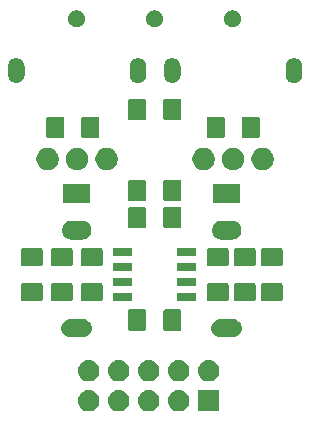
<source format=gbr>
G04 #@! TF.GenerationSoftware,KiCad,Pcbnew,(5.0.1)-4*
G04 #@! TF.CreationDate,2019-03-05T01:38:52-06:00*
G04 #@! TF.ProjectId,util_LFO,7574696C5F4C464F2E6B696361645F70,rev?*
G04 #@! TF.SameCoordinates,Original*
G04 #@! TF.FileFunction,Soldermask,Bot*
G04 #@! TF.FilePolarity,Negative*
%FSLAX46Y46*%
G04 Gerber Fmt 4.6, Leading zero omitted, Abs format (unit mm)*
G04 Created by KiCad (PCBNEW (5.0.1)-4) date 3/5/2019 1:38:52*
%MOMM*%
%LPD*%
G01*
G04 APERTURE LIST*
%ADD10C,0.100000*%
G04 APERTURE END LIST*
D10*
G36*
X100990600Y-93116600D02*
X99161400Y-93116600D01*
X99161400Y-91287400D01*
X100990600Y-91287400D01*
X100990600Y-93116600D01*
X100990600Y-93116600D01*
G37*
G36*
X97715294Y-91300633D02*
X97887694Y-91352931D01*
X97887696Y-91352932D01*
X98046583Y-91437859D01*
X98046585Y-91437860D01*
X98046584Y-91437860D01*
X98185849Y-91552151D01*
X98300140Y-91691416D01*
X98385069Y-91850306D01*
X98437367Y-92022706D01*
X98455025Y-92202000D01*
X98437367Y-92381294D01*
X98385069Y-92553694D01*
X98385068Y-92553696D01*
X98300141Y-92712583D01*
X98185849Y-92851849D01*
X98046583Y-92966141D01*
X97887696Y-93051068D01*
X97887694Y-93051069D01*
X97715294Y-93103367D01*
X97580931Y-93116600D01*
X97491069Y-93116600D01*
X97356706Y-93103367D01*
X97184306Y-93051069D01*
X97184304Y-93051068D01*
X97025417Y-92966141D01*
X96886151Y-92851849D01*
X96771859Y-92712583D01*
X96686932Y-92553696D01*
X96686931Y-92553694D01*
X96634633Y-92381294D01*
X96616975Y-92202000D01*
X96634633Y-92022706D01*
X96686931Y-91850306D01*
X96771860Y-91691416D01*
X96886151Y-91552151D01*
X97025416Y-91437860D01*
X97025415Y-91437860D01*
X97025417Y-91437859D01*
X97184304Y-91352932D01*
X97184306Y-91352931D01*
X97356706Y-91300633D01*
X97491069Y-91287400D01*
X97580931Y-91287400D01*
X97715294Y-91300633D01*
X97715294Y-91300633D01*
G37*
G36*
X95175294Y-91300633D02*
X95347694Y-91352931D01*
X95347696Y-91352932D01*
X95506583Y-91437859D01*
X95506585Y-91437860D01*
X95506584Y-91437860D01*
X95645849Y-91552151D01*
X95760140Y-91691416D01*
X95845069Y-91850306D01*
X95897367Y-92022706D01*
X95915025Y-92202000D01*
X95897367Y-92381294D01*
X95845069Y-92553694D01*
X95845068Y-92553696D01*
X95760141Y-92712583D01*
X95645849Y-92851849D01*
X95506583Y-92966141D01*
X95347696Y-93051068D01*
X95347694Y-93051069D01*
X95175294Y-93103367D01*
X95040931Y-93116600D01*
X94951069Y-93116600D01*
X94816706Y-93103367D01*
X94644306Y-93051069D01*
X94644304Y-93051068D01*
X94485417Y-92966141D01*
X94346151Y-92851849D01*
X94231859Y-92712583D01*
X94146932Y-92553696D01*
X94146931Y-92553694D01*
X94094633Y-92381294D01*
X94076975Y-92202000D01*
X94094633Y-92022706D01*
X94146931Y-91850306D01*
X94231860Y-91691416D01*
X94346151Y-91552151D01*
X94485416Y-91437860D01*
X94485415Y-91437860D01*
X94485417Y-91437859D01*
X94644304Y-91352932D01*
X94644306Y-91352931D01*
X94816706Y-91300633D01*
X94951069Y-91287400D01*
X95040931Y-91287400D01*
X95175294Y-91300633D01*
X95175294Y-91300633D01*
G37*
G36*
X92635294Y-91300633D02*
X92807694Y-91352931D01*
X92807696Y-91352932D01*
X92966583Y-91437859D01*
X92966585Y-91437860D01*
X92966584Y-91437860D01*
X93105849Y-91552151D01*
X93220140Y-91691416D01*
X93305069Y-91850306D01*
X93357367Y-92022706D01*
X93375025Y-92202000D01*
X93357367Y-92381294D01*
X93305069Y-92553694D01*
X93305068Y-92553696D01*
X93220141Y-92712583D01*
X93105849Y-92851849D01*
X92966583Y-92966141D01*
X92807696Y-93051068D01*
X92807694Y-93051069D01*
X92635294Y-93103367D01*
X92500931Y-93116600D01*
X92411069Y-93116600D01*
X92276706Y-93103367D01*
X92104306Y-93051069D01*
X92104304Y-93051068D01*
X91945417Y-92966141D01*
X91806151Y-92851849D01*
X91691859Y-92712583D01*
X91606932Y-92553696D01*
X91606931Y-92553694D01*
X91554633Y-92381294D01*
X91536975Y-92202000D01*
X91554633Y-92022706D01*
X91606931Y-91850306D01*
X91691860Y-91691416D01*
X91806151Y-91552151D01*
X91945416Y-91437860D01*
X91945415Y-91437860D01*
X91945417Y-91437859D01*
X92104304Y-91352932D01*
X92104306Y-91352931D01*
X92276706Y-91300633D01*
X92411069Y-91287400D01*
X92500931Y-91287400D01*
X92635294Y-91300633D01*
X92635294Y-91300633D01*
G37*
G36*
X90095294Y-91300633D02*
X90267694Y-91352931D01*
X90267696Y-91352932D01*
X90426583Y-91437859D01*
X90426585Y-91437860D01*
X90426584Y-91437860D01*
X90565849Y-91552151D01*
X90680140Y-91691416D01*
X90765069Y-91850306D01*
X90817367Y-92022706D01*
X90835025Y-92202000D01*
X90817367Y-92381294D01*
X90765069Y-92553694D01*
X90765068Y-92553696D01*
X90680141Y-92712583D01*
X90565849Y-92851849D01*
X90426583Y-92966141D01*
X90267696Y-93051068D01*
X90267694Y-93051069D01*
X90095294Y-93103367D01*
X89960931Y-93116600D01*
X89871069Y-93116600D01*
X89736706Y-93103367D01*
X89564306Y-93051069D01*
X89564304Y-93051068D01*
X89405417Y-92966141D01*
X89266151Y-92851849D01*
X89151859Y-92712583D01*
X89066932Y-92553696D01*
X89066931Y-92553694D01*
X89014633Y-92381294D01*
X88996975Y-92202000D01*
X89014633Y-92022706D01*
X89066931Y-91850306D01*
X89151860Y-91691416D01*
X89266151Y-91552151D01*
X89405416Y-91437860D01*
X89405415Y-91437860D01*
X89405417Y-91437859D01*
X89564304Y-91352932D01*
X89564306Y-91352931D01*
X89736706Y-91300633D01*
X89871069Y-91287400D01*
X89960931Y-91287400D01*
X90095294Y-91300633D01*
X90095294Y-91300633D01*
G37*
G36*
X95175294Y-88760633D02*
X95347694Y-88812931D01*
X95347696Y-88812932D01*
X95506583Y-88897859D01*
X95506585Y-88897860D01*
X95506584Y-88897860D01*
X95645849Y-89012151D01*
X95760140Y-89151416D01*
X95845069Y-89310306D01*
X95897367Y-89482706D01*
X95915025Y-89662000D01*
X95897367Y-89841294D01*
X95845069Y-90013694D01*
X95845068Y-90013696D01*
X95760141Y-90172583D01*
X95645849Y-90311849D01*
X95506583Y-90426141D01*
X95347696Y-90511068D01*
X95347694Y-90511069D01*
X95175294Y-90563367D01*
X95040931Y-90576600D01*
X94951069Y-90576600D01*
X94816706Y-90563367D01*
X94644306Y-90511069D01*
X94644304Y-90511068D01*
X94485417Y-90426141D01*
X94346151Y-90311849D01*
X94231859Y-90172583D01*
X94146932Y-90013696D01*
X94146931Y-90013694D01*
X94094633Y-89841294D01*
X94076975Y-89662000D01*
X94094633Y-89482706D01*
X94146931Y-89310306D01*
X94231860Y-89151416D01*
X94346151Y-89012151D01*
X94485416Y-88897860D01*
X94485415Y-88897860D01*
X94485417Y-88897859D01*
X94644304Y-88812932D01*
X94644306Y-88812931D01*
X94816706Y-88760633D01*
X94951069Y-88747400D01*
X95040931Y-88747400D01*
X95175294Y-88760633D01*
X95175294Y-88760633D01*
G37*
G36*
X100255294Y-88760633D02*
X100427694Y-88812931D01*
X100427696Y-88812932D01*
X100586583Y-88897859D01*
X100586585Y-88897860D01*
X100586584Y-88897860D01*
X100725849Y-89012151D01*
X100840140Y-89151416D01*
X100925069Y-89310306D01*
X100977367Y-89482706D01*
X100995025Y-89662000D01*
X100977367Y-89841294D01*
X100925069Y-90013694D01*
X100925068Y-90013696D01*
X100840141Y-90172583D01*
X100725849Y-90311849D01*
X100586583Y-90426141D01*
X100427696Y-90511068D01*
X100427694Y-90511069D01*
X100255294Y-90563367D01*
X100120931Y-90576600D01*
X100031069Y-90576600D01*
X99896706Y-90563367D01*
X99724306Y-90511069D01*
X99724304Y-90511068D01*
X99565417Y-90426141D01*
X99426151Y-90311849D01*
X99311859Y-90172583D01*
X99226932Y-90013696D01*
X99226931Y-90013694D01*
X99174633Y-89841294D01*
X99156975Y-89662000D01*
X99174633Y-89482706D01*
X99226931Y-89310306D01*
X99311860Y-89151416D01*
X99426151Y-89012151D01*
X99565416Y-88897860D01*
X99565415Y-88897860D01*
X99565417Y-88897859D01*
X99724304Y-88812932D01*
X99724306Y-88812931D01*
X99896706Y-88760633D01*
X100031069Y-88747400D01*
X100120931Y-88747400D01*
X100255294Y-88760633D01*
X100255294Y-88760633D01*
G37*
G36*
X97715294Y-88760633D02*
X97887694Y-88812931D01*
X97887696Y-88812932D01*
X98046583Y-88897859D01*
X98046585Y-88897860D01*
X98046584Y-88897860D01*
X98185849Y-89012151D01*
X98300140Y-89151416D01*
X98385069Y-89310306D01*
X98437367Y-89482706D01*
X98455025Y-89662000D01*
X98437367Y-89841294D01*
X98385069Y-90013694D01*
X98385068Y-90013696D01*
X98300141Y-90172583D01*
X98185849Y-90311849D01*
X98046583Y-90426141D01*
X97887696Y-90511068D01*
X97887694Y-90511069D01*
X97715294Y-90563367D01*
X97580931Y-90576600D01*
X97491069Y-90576600D01*
X97356706Y-90563367D01*
X97184306Y-90511069D01*
X97184304Y-90511068D01*
X97025417Y-90426141D01*
X96886151Y-90311849D01*
X96771859Y-90172583D01*
X96686932Y-90013696D01*
X96686931Y-90013694D01*
X96634633Y-89841294D01*
X96616975Y-89662000D01*
X96634633Y-89482706D01*
X96686931Y-89310306D01*
X96771860Y-89151416D01*
X96886151Y-89012151D01*
X97025416Y-88897860D01*
X97025415Y-88897860D01*
X97025417Y-88897859D01*
X97184304Y-88812932D01*
X97184306Y-88812931D01*
X97356706Y-88760633D01*
X97491069Y-88747400D01*
X97580931Y-88747400D01*
X97715294Y-88760633D01*
X97715294Y-88760633D01*
G37*
G36*
X92635294Y-88760633D02*
X92807694Y-88812931D01*
X92807696Y-88812932D01*
X92966583Y-88897859D01*
X92966585Y-88897860D01*
X92966584Y-88897860D01*
X93105849Y-89012151D01*
X93220140Y-89151416D01*
X93305069Y-89310306D01*
X93357367Y-89482706D01*
X93375025Y-89662000D01*
X93357367Y-89841294D01*
X93305069Y-90013694D01*
X93305068Y-90013696D01*
X93220141Y-90172583D01*
X93105849Y-90311849D01*
X92966583Y-90426141D01*
X92807696Y-90511068D01*
X92807694Y-90511069D01*
X92635294Y-90563367D01*
X92500931Y-90576600D01*
X92411069Y-90576600D01*
X92276706Y-90563367D01*
X92104306Y-90511069D01*
X92104304Y-90511068D01*
X91945417Y-90426141D01*
X91806151Y-90311849D01*
X91691859Y-90172583D01*
X91606932Y-90013696D01*
X91606931Y-90013694D01*
X91554633Y-89841294D01*
X91536975Y-89662000D01*
X91554633Y-89482706D01*
X91606931Y-89310306D01*
X91691860Y-89151416D01*
X91806151Y-89012151D01*
X91945416Y-88897860D01*
X91945415Y-88897860D01*
X91945417Y-88897859D01*
X92104304Y-88812932D01*
X92104306Y-88812931D01*
X92276706Y-88760633D01*
X92411069Y-88747400D01*
X92500931Y-88747400D01*
X92635294Y-88760633D01*
X92635294Y-88760633D01*
G37*
G36*
X90095294Y-88760633D02*
X90267694Y-88812931D01*
X90267696Y-88812932D01*
X90426583Y-88897859D01*
X90426585Y-88897860D01*
X90426584Y-88897860D01*
X90565849Y-89012151D01*
X90680140Y-89151416D01*
X90765069Y-89310306D01*
X90817367Y-89482706D01*
X90835025Y-89662000D01*
X90817367Y-89841294D01*
X90765069Y-90013694D01*
X90765068Y-90013696D01*
X90680141Y-90172583D01*
X90565849Y-90311849D01*
X90426583Y-90426141D01*
X90267696Y-90511068D01*
X90267694Y-90511069D01*
X90095294Y-90563367D01*
X89960931Y-90576600D01*
X89871069Y-90576600D01*
X89736706Y-90563367D01*
X89564306Y-90511069D01*
X89564304Y-90511068D01*
X89405417Y-90426141D01*
X89266151Y-90311849D01*
X89151859Y-90172583D01*
X89066932Y-90013696D01*
X89066931Y-90013694D01*
X89014633Y-89841294D01*
X88996975Y-89662000D01*
X89014633Y-89482706D01*
X89066931Y-89310306D01*
X89151860Y-89151416D01*
X89266151Y-89012151D01*
X89405416Y-88897860D01*
X89405415Y-88897860D01*
X89405417Y-88897859D01*
X89564304Y-88812932D01*
X89564306Y-88812931D01*
X89736706Y-88760633D01*
X89871069Y-88747400D01*
X89960931Y-88747400D01*
X90095294Y-88760633D01*
X90095294Y-88760633D01*
G37*
G36*
X89523665Y-85328622D02*
X89597222Y-85335867D01*
X89738786Y-85378810D01*
X89869252Y-85448546D01*
X89983606Y-85542394D01*
X90077454Y-85656748D01*
X90147190Y-85787214D01*
X90190133Y-85928778D01*
X90204633Y-86076000D01*
X90190133Y-86223222D01*
X90147190Y-86364786D01*
X90077454Y-86495252D01*
X89983606Y-86609606D01*
X89869252Y-86703454D01*
X89738786Y-86773190D01*
X89597222Y-86816133D01*
X89523665Y-86823378D01*
X89486888Y-86827000D01*
X88313112Y-86827000D01*
X88276335Y-86823378D01*
X88202778Y-86816133D01*
X88061214Y-86773190D01*
X87930748Y-86703454D01*
X87816394Y-86609606D01*
X87722546Y-86495252D01*
X87652810Y-86364786D01*
X87609867Y-86223222D01*
X87595367Y-86076000D01*
X87609867Y-85928778D01*
X87652810Y-85787214D01*
X87722546Y-85656748D01*
X87816394Y-85542394D01*
X87930748Y-85448546D01*
X88061214Y-85378810D01*
X88202778Y-85335867D01*
X88276335Y-85328622D01*
X88313112Y-85325000D01*
X89486888Y-85325000D01*
X89523665Y-85328622D01*
X89523665Y-85328622D01*
G37*
G36*
X102223665Y-85328622D02*
X102297222Y-85335867D01*
X102438786Y-85378810D01*
X102569252Y-85448546D01*
X102683606Y-85542394D01*
X102777454Y-85656748D01*
X102847190Y-85787214D01*
X102890133Y-85928778D01*
X102904633Y-86076000D01*
X102890133Y-86223222D01*
X102847190Y-86364786D01*
X102777454Y-86495252D01*
X102683606Y-86609606D01*
X102569252Y-86703454D01*
X102438786Y-86773190D01*
X102297222Y-86816133D01*
X102223665Y-86823378D01*
X102186888Y-86827000D01*
X101013112Y-86827000D01*
X100976335Y-86823378D01*
X100902778Y-86816133D01*
X100761214Y-86773190D01*
X100630748Y-86703454D01*
X100516394Y-86609606D01*
X100422546Y-86495252D01*
X100352810Y-86364786D01*
X100309867Y-86223222D01*
X100295367Y-86076000D01*
X100309867Y-85928778D01*
X100352810Y-85787214D01*
X100422546Y-85656748D01*
X100516394Y-85542394D01*
X100630748Y-85448546D01*
X100761214Y-85378810D01*
X100902778Y-85335867D01*
X100976335Y-85328622D01*
X101013112Y-85325000D01*
X102186888Y-85325000D01*
X102223665Y-85328622D01*
X102223665Y-85328622D01*
G37*
G36*
X94629562Y-84472981D02*
X94664477Y-84483573D01*
X94696665Y-84500778D01*
X94724873Y-84523927D01*
X94748022Y-84552135D01*
X94765227Y-84584323D01*
X94775819Y-84619238D01*
X94780000Y-84661695D01*
X94780000Y-86127905D01*
X94775819Y-86170362D01*
X94765227Y-86205277D01*
X94748022Y-86237465D01*
X94724873Y-86265673D01*
X94696665Y-86288822D01*
X94664477Y-86306027D01*
X94629562Y-86316619D01*
X94587105Y-86320800D01*
X93445895Y-86320800D01*
X93403438Y-86316619D01*
X93368523Y-86306027D01*
X93336335Y-86288822D01*
X93308127Y-86265673D01*
X93284978Y-86237465D01*
X93267773Y-86205277D01*
X93257181Y-86170362D01*
X93253000Y-86127905D01*
X93253000Y-84661695D01*
X93257181Y-84619238D01*
X93267773Y-84584323D01*
X93284978Y-84552135D01*
X93308127Y-84523927D01*
X93336335Y-84500778D01*
X93368523Y-84483573D01*
X93403438Y-84472981D01*
X93445895Y-84468800D01*
X94587105Y-84468800D01*
X94629562Y-84472981D01*
X94629562Y-84472981D01*
G37*
G36*
X97604562Y-84472981D02*
X97639477Y-84483573D01*
X97671665Y-84500778D01*
X97699873Y-84523927D01*
X97723022Y-84552135D01*
X97740227Y-84584323D01*
X97750819Y-84619238D01*
X97755000Y-84661695D01*
X97755000Y-86127905D01*
X97750819Y-86170362D01*
X97740227Y-86205277D01*
X97723022Y-86237465D01*
X97699873Y-86265673D01*
X97671665Y-86288822D01*
X97639477Y-86306027D01*
X97604562Y-86316619D01*
X97562105Y-86320800D01*
X96420895Y-86320800D01*
X96378438Y-86316619D01*
X96343523Y-86306027D01*
X96311335Y-86288822D01*
X96283127Y-86265673D01*
X96259978Y-86237465D01*
X96242773Y-86205277D01*
X96232181Y-86170362D01*
X96228000Y-86127905D01*
X96228000Y-84661695D01*
X96232181Y-84619238D01*
X96242773Y-84584323D01*
X96259978Y-84552135D01*
X96283127Y-84523927D01*
X96311335Y-84500778D01*
X96343523Y-84483573D01*
X96378438Y-84472981D01*
X96420895Y-84468800D01*
X97562105Y-84468800D01*
X97604562Y-84472981D01*
X97604562Y-84472981D01*
G37*
G36*
X99030000Y-83790000D02*
X97378000Y-83790000D01*
X97378000Y-83088000D01*
X99030000Y-83088000D01*
X99030000Y-83790000D01*
X99030000Y-83790000D01*
G37*
G36*
X93630000Y-83790000D02*
X91978000Y-83790000D01*
X91978000Y-83088000D01*
X93630000Y-83088000D01*
X93630000Y-83790000D01*
X93630000Y-83790000D01*
G37*
G36*
X106185562Y-82262181D02*
X106220477Y-82272773D01*
X106252665Y-82289978D01*
X106280873Y-82313127D01*
X106304022Y-82341335D01*
X106321227Y-82373523D01*
X106331819Y-82408438D01*
X106336000Y-82450895D01*
X106336000Y-83592105D01*
X106331819Y-83634562D01*
X106321227Y-83669477D01*
X106304022Y-83701665D01*
X106280873Y-83729873D01*
X106252665Y-83753022D01*
X106220477Y-83770227D01*
X106185562Y-83780819D01*
X106143105Y-83785000D01*
X104676895Y-83785000D01*
X104634438Y-83780819D01*
X104599523Y-83770227D01*
X104567335Y-83753022D01*
X104539127Y-83729873D01*
X104515978Y-83701665D01*
X104498773Y-83669477D01*
X104488181Y-83634562D01*
X104484000Y-83592105D01*
X104484000Y-82450895D01*
X104488181Y-82408438D01*
X104498773Y-82373523D01*
X104515978Y-82341335D01*
X104539127Y-82313127D01*
X104567335Y-82289978D01*
X104599523Y-82272773D01*
X104634438Y-82262181D01*
X104676895Y-82258000D01*
X106143105Y-82258000D01*
X106185562Y-82262181D01*
X106185562Y-82262181D01*
G37*
G36*
X90945562Y-82262181D02*
X90980477Y-82272773D01*
X91012665Y-82289978D01*
X91040873Y-82313127D01*
X91064022Y-82341335D01*
X91081227Y-82373523D01*
X91091819Y-82408438D01*
X91096000Y-82450895D01*
X91096000Y-83592105D01*
X91091819Y-83634562D01*
X91081227Y-83669477D01*
X91064022Y-83701665D01*
X91040873Y-83729873D01*
X91012665Y-83753022D01*
X90980477Y-83770227D01*
X90945562Y-83780819D01*
X90903105Y-83785000D01*
X89436895Y-83785000D01*
X89394438Y-83780819D01*
X89359523Y-83770227D01*
X89327335Y-83753022D01*
X89299127Y-83729873D01*
X89275978Y-83701665D01*
X89258773Y-83669477D01*
X89248181Y-83634562D01*
X89244000Y-83592105D01*
X89244000Y-82450895D01*
X89248181Y-82408438D01*
X89258773Y-82373523D01*
X89275978Y-82341335D01*
X89299127Y-82313127D01*
X89327335Y-82289978D01*
X89359523Y-82272773D01*
X89394438Y-82262181D01*
X89436895Y-82258000D01*
X90903105Y-82258000D01*
X90945562Y-82262181D01*
X90945562Y-82262181D01*
G37*
G36*
X88405562Y-82262181D02*
X88440477Y-82272773D01*
X88472665Y-82289978D01*
X88500873Y-82313127D01*
X88524022Y-82341335D01*
X88541227Y-82373523D01*
X88551819Y-82408438D01*
X88556000Y-82450895D01*
X88556000Y-83592105D01*
X88551819Y-83634562D01*
X88541227Y-83669477D01*
X88524022Y-83701665D01*
X88500873Y-83729873D01*
X88472665Y-83753022D01*
X88440477Y-83770227D01*
X88405562Y-83780819D01*
X88363105Y-83785000D01*
X86896895Y-83785000D01*
X86854438Y-83780819D01*
X86819523Y-83770227D01*
X86787335Y-83753022D01*
X86759127Y-83729873D01*
X86735978Y-83701665D01*
X86718773Y-83669477D01*
X86708181Y-83634562D01*
X86704000Y-83592105D01*
X86704000Y-82450895D01*
X86708181Y-82408438D01*
X86718773Y-82373523D01*
X86735978Y-82341335D01*
X86759127Y-82313127D01*
X86787335Y-82289978D01*
X86819523Y-82272773D01*
X86854438Y-82262181D01*
X86896895Y-82258000D01*
X88363105Y-82258000D01*
X88405562Y-82262181D01*
X88405562Y-82262181D01*
G37*
G36*
X85865562Y-82262181D02*
X85900477Y-82272773D01*
X85932665Y-82289978D01*
X85960873Y-82313127D01*
X85984022Y-82341335D01*
X86001227Y-82373523D01*
X86011819Y-82408438D01*
X86016000Y-82450895D01*
X86016000Y-83592105D01*
X86011819Y-83634562D01*
X86001227Y-83669477D01*
X85984022Y-83701665D01*
X85960873Y-83729873D01*
X85932665Y-83753022D01*
X85900477Y-83770227D01*
X85865562Y-83780819D01*
X85823105Y-83785000D01*
X84356895Y-83785000D01*
X84314438Y-83780819D01*
X84279523Y-83770227D01*
X84247335Y-83753022D01*
X84219127Y-83729873D01*
X84195978Y-83701665D01*
X84178773Y-83669477D01*
X84168181Y-83634562D01*
X84164000Y-83592105D01*
X84164000Y-82450895D01*
X84168181Y-82408438D01*
X84178773Y-82373523D01*
X84195978Y-82341335D01*
X84219127Y-82313127D01*
X84247335Y-82289978D01*
X84279523Y-82272773D01*
X84314438Y-82262181D01*
X84356895Y-82258000D01*
X85823105Y-82258000D01*
X85865562Y-82262181D01*
X85865562Y-82262181D01*
G37*
G36*
X103899562Y-82262181D02*
X103934477Y-82272773D01*
X103966665Y-82289978D01*
X103994873Y-82313127D01*
X104018022Y-82341335D01*
X104035227Y-82373523D01*
X104045819Y-82408438D01*
X104050000Y-82450895D01*
X104050000Y-83592105D01*
X104045819Y-83634562D01*
X104035227Y-83669477D01*
X104018022Y-83701665D01*
X103994873Y-83729873D01*
X103966665Y-83753022D01*
X103934477Y-83770227D01*
X103899562Y-83780819D01*
X103857105Y-83785000D01*
X102390895Y-83785000D01*
X102348438Y-83780819D01*
X102313523Y-83770227D01*
X102281335Y-83753022D01*
X102253127Y-83729873D01*
X102229978Y-83701665D01*
X102212773Y-83669477D01*
X102202181Y-83634562D01*
X102198000Y-83592105D01*
X102198000Y-82450895D01*
X102202181Y-82408438D01*
X102212773Y-82373523D01*
X102229978Y-82341335D01*
X102253127Y-82313127D01*
X102281335Y-82289978D01*
X102313523Y-82272773D01*
X102348438Y-82262181D01*
X102390895Y-82258000D01*
X103857105Y-82258000D01*
X103899562Y-82262181D01*
X103899562Y-82262181D01*
G37*
G36*
X101613562Y-82262181D02*
X101648477Y-82272773D01*
X101680665Y-82289978D01*
X101708873Y-82313127D01*
X101732022Y-82341335D01*
X101749227Y-82373523D01*
X101759819Y-82408438D01*
X101764000Y-82450895D01*
X101764000Y-83592105D01*
X101759819Y-83634562D01*
X101749227Y-83669477D01*
X101732022Y-83701665D01*
X101708873Y-83729873D01*
X101680665Y-83753022D01*
X101648477Y-83770227D01*
X101613562Y-83780819D01*
X101571105Y-83785000D01*
X100104895Y-83785000D01*
X100062438Y-83780819D01*
X100027523Y-83770227D01*
X99995335Y-83753022D01*
X99967127Y-83729873D01*
X99943978Y-83701665D01*
X99926773Y-83669477D01*
X99916181Y-83634562D01*
X99912000Y-83592105D01*
X99912000Y-82450895D01*
X99916181Y-82408438D01*
X99926773Y-82373523D01*
X99943978Y-82341335D01*
X99967127Y-82313127D01*
X99995335Y-82289978D01*
X100027523Y-82272773D01*
X100062438Y-82262181D01*
X100104895Y-82258000D01*
X101571105Y-82258000D01*
X101613562Y-82262181D01*
X101613562Y-82262181D01*
G37*
G36*
X93630000Y-82520000D02*
X91978000Y-82520000D01*
X91978000Y-81818000D01*
X93630000Y-81818000D01*
X93630000Y-82520000D01*
X93630000Y-82520000D01*
G37*
G36*
X99030000Y-82520000D02*
X97378000Y-82520000D01*
X97378000Y-81818000D01*
X99030000Y-81818000D01*
X99030000Y-82520000D01*
X99030000Y-82520000D01*
G37*
G36*
X99030000Y-81250000D02*
X97378000Y-81250000D01*
X97378000Y-80548000D01*
X99030000Y-80548000D01*
X99030000Y-81250000D01*
X99030000Y-81250000D01*
G37*
G36*
X93630000Y-81250000D02*
X91978000Y-81250000D01*
X91978000Y-80548000D01*
X93630000Y-80548000D01*
X93630000Y-81250000D01*
X93630000Y-81250000D01*
G37*
G36*
X101613562Y-79287181D02*
X101648477Y-79297773D01*
X101680665Y-79314978D01*
X101708873Y-79338127D01*
X101732022Y-79366335D01*
X101749227Y-79398523D01*
X101759819Y-79433438D01*
X101764000Y-79475895D01*
X101764000Y-80617105D01*
X101759819Y-80659562D01*
X101749227Y-80694477D01*
X101732022Y-80726665D01*
X101708873Y-80754873D01*
X101680665Y-80778022D01*
X101648477Y-80795227D01*
X101613562Y-80805819D01*
X101571105Y-80810000D01*
X100104895Y-80810000D01*
X100062438Y-80805819D01*
X100027523Y-80795227D01*
X99995335Y-80778022D01*
X99967127Y-80754873D01*
X99943978Y-80726665D01*
X99926773Y-80694477D01*
X99916181Y-80659562D01*
X99912000Y-80617105D01*
X99912000Y-79475895D01*
X99916181Y-79433438D01*
X99926773Y-79398523D01*
X99943978Y-79366335D01*
X99967127Y-79338127D01*
X99995335Y-79314978D01*
X100027523Y-79297773D01*
X100062438Y-79287181D01*
X100104895Y-79283000D01*
X101571105Y-79283000D01*
X101613562Y-79287181D01*
X101613562Y-79287181D01*
G37*
G36*
X88405562Y-79287181D02*
X88440477Y-79297773D01*
X88472665Y-79314978D01*
X88500873Y-79338127D01*
X88524022Y-79366335D01*
X88541227Y-79398523D01*
X88551819Y-79433438D01*
X88556000Y-79475895D01*
X88556000Y-80617105D01*
X88551819Y-80659562D01*
X88541227Y-80694477D01*
X88524022Y-80726665D01*
X88500873Y-80754873D01*
X88472665Y-80778022D01*
X88440477Y-80795227D01*
X88405562Y-80805819D01*
X88363105Y-80810000D01*
X86896895Y-80810000D01*
X86854438Y-80805819D01*
X86819523Y-80795227D01*
X86787335Y-80778022D01*
X86759127Y-80754873D01*
X86735978Y-80726665D01*
X86718773Y-80694477D01*
X86708181Y-80659562D01*
X86704000Y-80617105D01*
X86704000Y-79475895D01*
X86708181Y-79433438D01*
X86718773Y-79398523D01*
X86735978Y-79366335D01*
X86759127Y-79338127D01*
X86787335Y-79314978D01*
X86819523Y-79297773D01*
X86854438Y-79287181D01*
X86896895Y-79283000D01*
X88363105Y-79283000D01*
X88405562Y-79287181D01*
X88405562Y-79287181D01*
G37*
G36*
X85865562Y-79287181D02*
X85900477Y-79297773D01*
X85932665Y-79314978D01*
X85960873Y-79338127D01*
X85984022Y-79366335D01*
X86001227Y-79398523D01*
X86011819Y-79433438D01*
X86016000Y-79475895D01*
X86016000Y-80617105D01*
X86011819Y-80659562D01*
X86001227Y-80694477D01*
X85984022Y-80726665D01*
X85960873Y-80754873D01*
X85932665Y-80778022D01*
X85900477Y-80795227D01*
X85865562Y-80805819D01*
X85823105Y-80810000D01*
X84356895Y-80810000D01*
X84314438Y-80805819D01*
X84279523Y-80795227D01*
X84247335Y-80778022D01*
X84219127Y-80754873D01*
X84195978Y-80726665D01*
X84178773Y-80694477D01*
X84168181Y-80659562D01*
X84164000Y-80617105D01*
X84164000Y-79475895D01*
X84168181Y-79433438D01*
X84178773Y-79398523D01*
X84195978Y-79366335D01*
X84219127Y-79338127D01*
X84247335Y-79314978D01*
X84279523Y-79297773D01*
X84314438Y-79287181D01*
X84356895Y-79283000D01*
X85823105Y-79283000D01*
X85865562Y-79287181D01*
X85865562Y-79287181D01*
G37*
G36*
X106185562Y-79287181D02*
X106220477Y-79297773D01*
X106252665Y-79314978D01*
X106280873Y-79338127D01*
X106304022Y-79366335D01*
X106321227Y-79398523D01*
X106331819Y-79433438D01*
X106336000Y-79475895D01*
X106336000Y-80617105D01*
X106331819Y-80659562D01*
X106321227Y-80694477D01*
X106304022Y-80726665D01*
X106280873Y-80754873D01*
X106252665Y-80778022D01*
X106220477Y-80795227D01*
X106185562Y-80805819D01*
X106143105Y-80810000D01*
X104676895Y-80810000D01*
X104634438Y-80805819D01*
X104599523Y-80795227D01*
X104567335Y-80778022D01*
X104539127Y-80754873D01*
X104515978Y-80726665D01*
X104498773Y-80694477D01*
X104488181Y-80659562D01*
X104484000Y-80617105D01*
X104484000Y-79475895D01*
X104488181Y-79433438D01*
X104498773Y-79398523D01*
X104515978Y-79366335D01*
X104539127Y-79338127D01*
X104567335Y-79314978D01*
X104599523Y-79297773D01*
X104634438Y-79287181D01*
X104676895Y-79283000D01*
X106143105Y-79283000D01*
X106185562Y-79287181D01*
X106185562Y-79287181D01*
G37*
G36*
X103899562Y-79287181D02*
X103934477Y-79297773D01*
X103966665Y-79314978D01*
X103994873Y-79338127D01*
X104018022Y-79366335D01*
X104035227Y-79398523D01*
X104045819Y-79433438D01*
X104050000Y-79475895D01*
X104050000Y-80617105D01*
X104045819Y-80659562D01*
X104035227Y-80694477D01*
X104018022Y-80726665D01*
X103994873Y-80754873D01*
X103966665Y-80778022D01*
X103934477Y-80795227D01*
X103899562Y-80805819D01*
X103857105Y-80810000D01*
X102390895Y-80810000D01*
X102348438Y-80805819D01*
X102313523Y-80795227D01*
X102281335Y-80778022D01*
X102253127Y-80754873D01*
X102229978Y-80726665D01*
X102212773Y-80694477D01*
X102202181Y-80659562D01*
X102198000Y-80617105D01*
X102198000Y-79475895D01*
X102202181Y-79433438D01*
X102212773Y-79398523D01*
X102229978Y-79366335D01*
X102253127Y-79338127D01*
X102281335Y-79314978D01*
X102313523Y-79297773D01*
X102348438Y-79287181D01*
X102390895Y-79283000D01*
X103857105Y-79283000D01*
X103899562Y-79287181D01*
X103899562Y-79287181D01*
G37*
G36*
X90945562Y-79287181D02*
X90980477Y-79297773D01*
X91012665Y-79314978D01*
X91040873Y-79338127D01*
X91064022Y-79366335D01*
X91081227Y-79398523D01*
X91091819Y-79433438D01*
X91096000Y-79475895D01*
X91096000Y-80617105D01*
X91091819Y-80659562D01*
X91081227Y-80694477D01*
X91064022Y-80726665D01*
X91040873Y-80754873D01*
X91012665Y-80778022D01*
X90980477Y-80795227D01*
X90945562Y-80805819D01*
X90903105Y-80810000D01*
X89436895Y-80810000D01*
X89394438Y-80805819D01*
X89359523Y-80795227D01*
X89327335Y-80778022D01*
X89299127Y-80754873D01*
X89275978Y-80726665D01*
X89258773Y-80694477D01*
X89248181Y-80659562D01*
X89244000Y-80617105D01*
X89244000Y-79475895D01*
X89248181Y-79433438D01*
X89258773Y-79398523D01*
X89275978Y-79366335D01*
X89299127Y-79338127D01*
X89327335Y-79314978D01*
X89359523Y-79297773D01*
X89394438Y-79287181D01*
X89436895Y-79283000D01*
X90903105Y-79283000D01*
X90945562Y-79287181D01*
X90945562Y-79287181D01*
G37*
G36*
X99030000Y-79980000D02*
X97378000Y-79980000D01*
X97378000Y-79278000D01*
X99030000Y-79278000D01*
X99030000Y-79980000D01*
X99030000Y-79980000D01*
G37*
G36*
X93630000Y-79980000D02*
X91978000Y-79980000D01*
X91978000Y-79278000D01*
X93630000Y-79278000D01*
X93630000Y-79980000D01*
X93630000Y-79980000D01*
G37*
G36*
X102207025Y-76986590D02*
X102358012Y-77032392D01*
X102497165Y-77106770D01*
X102619133Y-77206867D01*
X102719230Y-77328835D01*
X102793608Y-77467988D01*
X102839410Y-77618975D01*
X102854875Y-77776000D01*
X102839410Y-77933025D01*
X102793608Y-78084012D01*
X102719230Y-78223165D01*
X102619133Y-78345133D01*
X102497165Y-78445230D01*
X102358012Y-78519608D01*
X102207025Y-78565410D01*
X102089346Y-78577000D01*
X101110654Y-78577000D01*
X100992975Y-78565410D01*
X100841988Y-78519608D01*
X100702835Y-78445230D01*
X100580867Y-78345133D01*
X100480770Y-78223165D01*
X100406392Y-78084012D01*
X100360590Y-77933025D01*
X100345125Y-77776000D01*
X100360590Y-77618975D01*
X100406392Y-77467988D01*
X100480770Y-77328835D01*
X100580867Y-77206867D01*
X100702835Y-77106770D01*
X100841988Y-77032392D01*
X100992975Y-76986590D01*
X101110654Y-76975000D01*
X102089346Y-76975000D01*
X102207025Y-76986590D01*
X102207025Y-76986590D01*
G37*
G36*
X89507025Y-76986590D02*
X89658012Y-77032392D01*
X89797165Y-77106770D01*
X89919133Y-77206867D01*
X90019230Y-77328835D01*
X90093608Y-77467988D01*
X90139410Y-77618975D01*
X90154875Y-77776000D01*
X90139410Y-77933025D01*
X90093608Y-78084012D01*
X90019230Y-78223165D01*
X89919133Y-78345133D01*
X89797165Y-78445230D01*
X89658012Y-78519608D01*
X89507025Y-78565410D01*
X89389346Y-78577000D01*
X88410654Y-78577000D01*
X88292975Y-78565410D01*
X88141988Y-78519608D01*
X88002835Y-78445230D01*
X87880867Y-78345133D01*
X87780770Y-78223165D01*
X87706392Y-78084012D01*
X87660590Y-77933025D01*
X87645125Y-77776000D01*
X87660590Y-77618975D01*
X87706392Y-77467988D01*
X87780770Y-77328835D01*
X87880867Y-77206867D01*
X88002835Y-77106770D01*
X88141988Y-77032392D01*
X88292975Y-76986590D01*
X88410654Y-76975000D01*
X89389346Y-76975000D01*
X89507025Y-76986590D01*
X89507025Y-76986590D01*
G37*
G36*
X97604562Y-75786181D02*
X97639477Y-75796773D01*
X97671665Y-75813978D01*
X97699873Y-75837127D01*
X97723022Y-75865335D01*
X97740227Y-75897523D01*
X97750819Y-75932438D01*
X97755000Y-75974895D01*
X97755000Y-77441105D01*
X97750819Y-77483562D01*
X97740227Y-77518477D01*
X97723022Y-77550665D01*
X97699873Y-77578873D01*
X97671665Y-77602022D01*
X97639477Y-77619227D01*
X97604562Y-77629819D01*
X97562105Y-77634000D01*
X96420895Y-77634000D01*
X96378438Y-77629819D01*
X96343523Y-77619227D01*
X96311335Y-77602022D01*
X96283127Y-77578873D01*
X96259978Y-77550665D01*
X96242773Y-77518477D01*
X96232181Y-77483562D01*
X96228000Y-77441105D01*
X96228000Y-75974895D01*
X96232181Y-75932438D01*
X96242773Y-75897523D01*
X96259978Y-75865335D01*
X96283127Y-75837127D01*
X96311335Y-75813978D01*
X96343523Y-75796773D01*
X96378438Y-75786181D01*
X96420895Y-75782000D01*
X97562105Y-75782000D01*
X97604562Y-75786181D01*
X97604562Y-75786181D01*
G37*
G36*
X94629562Y-75786181D02*
X94664477Y-75796773D01*
X94696665Y-75813978D01*
X94724873Y-75837127D01*
X94748022Y-75865335D01*
X94765227Y-75897523D01*
X94775819Y-75932438D01*
X94780000Y-75974895D01*
X94780000Y-77441105D01*
X94775819Y-77483562D01*
X94765227Y-77518477D01*
X94748022Y-77550665D01*
X94724873Y-77578873D01*
X94696665Y-77602022D01*
X94664477Y-77619227D01*
X94629562Y-77629819D01*
X94587105Y-77634000D01*
X93445895Y-77634000D01*
X93403438Y-77629819D01*
X93368523Y-77619227D01*
X93336335Y-77602022D01*
X93308127Y-77578873D01*
X93284978Y-77550665D01*
X93267773Y-77518477D01*
X93257181Y-77483562D01*
X93253000Y-77441105D01*
X93253000Y-75974895D01*
X93257181Y-75932438D01*
X93267773Y-75897523D01*
X93284978Y-75865335D01*
X93308127Y-75837127D01*
X93336335Y-75813978D01*
X93368523Y-75796773D01*
X93403438Y-75786181D01*
X93445895Y-75782000D01*
X94587105Y-75782000D01*
X94629562Y-75786181D01*
X94629562Y-75786181D01*
G37*
G36*
X90051000Y-75477000D02*
X87749000Y-75477000D01*
X87749000Y-73875000D01*
X90051000Y-73875000D01*
X90051000Y-75477000D01*
X90051000Y-75477000D01*
G37*
G36*
X102751000Y-75477000D02*
X100449000Y-75477000D01*
X100449000Y-73875000D01*
X102751000Y-73875000D01*
X102751000Y-75477000D01*
X102751000Y-75477000D01*
G37*
G36*
X97604562Y-73500181D02*
X97639477Y-73510773D01*
X97671665Y-73527978D01*
X97699873Y-73551127D01*
X97723022Y-73579335D01*
X97740227Y-73611523D01*
X97750819Y-73646438D01*
X97755000Y-73688895D01*
X97755000Y-75155105D01*
X97750819Y-75197562D01*
X97740227Y-75232477D01*
X97723022Y-75264665D01*
X97699873Y-75292873D01*
X97671665Y-75316022D01*
X97639477Y-75333227D01*
X97604562Y-75343819D01*
X97562105Y-75348000D01*
X96420895Y-75348000D01*
X96378438Y-75343819D01*
X96343523Y-75333227D01*
X96311335Y-75316022D01*
X96283127Y-75292873D01*
X96259978Y-75264665D01*
X96242773Y-75232477D01*
X96232181Y-75197562D01*
X96228000Y-75155105D01*
X96228000Y-73688895D01*
X96232181Y-73646438D01*
X96242773Y-73611523D01*
X96259978Y-73579335D01*
X96283127Y-73551127D01*
X96311335Y-73527978D01*
X96343523Y-73510773D01*
X96378438Y-73500181D01*
X96420895Y-73496000D01*
X97562105Y-73496000D01*
X97604562Y-73500181D01*
X97604562Y-73500181D01*
G37*
G36*
X94629562Y-73500181D02*
X94664477Y-73510773D01*
X94696665Y-73527978D01*
X94724873Y-73551127D01*
X94748022Y-73579335D01*
X94765227Y-73611523D01*
X94775819Y-73646438D01*
X94780000Y-73688895D01*
X94780000Y-75155105D01*
X94775819Y-75197562D01*
X94765227Y-75232477D01*
X94748022Y-75264665D01*
X94724873Y-75292873D01*
X94696665Y-75316022D01*
X94664477Y-75333227D01*
X94629562Y-75343819D01*
X94587105Y-75348000D01*
X93445895Y-75348000D01*
X93403438Y-75343819D01*
X93368523Y-75333227D01*
X93336335Y-75316022D01*
X93308127Y-75292873D01*
X93284978Y-75264665D01*
X93267773Y-75232477D01*
X93257181Y-75197562D01*
X93253000Y-75155105D01*
X93253000Y-73688895D01*
X93257181Y-73646438D01*
X93267773Y-73611523D01*
X93284978Y-73579335D01*
X93308127Y-73551127D01*
X93336335Y-73527978D01*
X93368523Y-73510773D01*
X93403438Y-73500181D01*
X93445895Y-73496000D01*
X94587105Y-73496000D01*
X94629562Y-73500181D01*
X94629562Y-73500181D01*
G37*
G36*
X99925396Y-70840546D02*
X100098466Y-70912234D01*
X100254230Y-71016312D01*
X100386688Y-71148770D01*
X100490766Y-71304534D01*
X100562454Y-71477604D01*
X100599000Y-71661333D01*
X100599000Y-71848667D01*
X100562454Y-72032396D01*
X100490766Y-72205466D01*
X100386688Y-72361230D01*
X100254230Y-72493688D01*
X100098466Y-72597766D01*
X99925396Y-72669454D01*
X99741667Y-72706000D01*
X99554333Y-72706000D01*
X99370604Y-72669454D01*
X99197534Y-72597766D01*
X99041770Y-72493688D01*
X98909312Y-72361230D01*
X98805234Y-72205466D01*
X98733546Y-72032396D01*
X98697000Y-71848667D01*
X98697000Y-71661333D01*
X98733546Y-71477604D01*
X98805234Y-71304534D01*
X98909312Y-71148770D01*
X99041770Y-71016312D01*
X99197534Y-70912234D01*
X99370604Y-70840546D01*
X99554333Y-70804000D01*
X99741667Y-70804000D01*
X99925396Y-70840546D01*
X99925396Y-70840546D01*
G37*
G36*
X86717396Y-70840546D02*
X86890466Y-70912234D01*
X87046230Y-71016312D01*
X87178688Y-71148770D01*
X87282766Y-71304534D01*
X87354454Y-71477604D01*
X87391000Y-71661333D01*
X87391000Y-71848667D01*
X87354454Y-72032396D01*
X87282766Y-72205466D01*
X87178688Y-72361230D01*
X87046230Y-72493688D01*
X86890466Y-72597766D01*
X86717396Y-72669454D01*
X86533667Y-72706000D01*
X86346333Y-72706000D01*
X86162604Y-72669454D01*
X85989534Y-72597766D01*
X85833770Y-72493688D01*
X85701312Y-72361230D01*
X85597234Y-72205466D01*
X85525546Y-72032396D01*
X85489000Y-71848667D01*
X85489000Y-71661333D01*
X85525546Y-71477604D01*
X85597234Y-71304534D01*
X85701312Y-71148770D01*
X85833770Y-71016312D01*
X85989534Y-70912234D01*
X86162604Y-70840546D01*
X86346333Y-70804000D01*
X86533667Y-70804000D01*
X86717396Y-70840546D01*
X86717396Y-70840546D01*
G37*
G36*
X91717396Y-70840546D02*
X91890466Y-70912234D01*
X92046230Y-71016312D01*
X92178688Y-71148770D01*
X92282766Y-71304534D01*
X92354454Y-71477604D01*
X92391000Y-71661333D01*
X92391000Y-71848667D01*
X92354454Y-72032396D01*
X92282766Y-72205466D01*
X92178688Y-72361230D01*
X92046230Y-72493688D01*
X91890466Y-72597766D01*
X91717396Y-72669454D01*
X91533667Y-72706000D01*
X91346333Y-72706000D01*
X91162604Y-72669454D01*
X90989534Y-72597766D01*
X90833770Y-72493688D01*
X90701312Y-72361230D01*
X90597234Y-72205466D01*
X90525546Y-72032396D01*
X90489000Y-71848667D01*
X90489000Y-71661333D01*
X90525546Y-71477604D01*
X90597234Y-71304534D01*
X90701312Y-71148770D01*
X90833770Y-71016312D01*
X90989534Y-70912234D01*
X91162604Y-70840546D01*
X91346333Y-70804000D01*
X91533667Y-70804000D01*
X91717396Y-70840546D01*
X91717396Y-70840546D01*
G37*
G36*
X102425396Y-70840546D02*
X102598466Y-70912234D01*
X102754230Y-71016312D01*
X102886688Y-71148770D01*
X102990766Y-71304534D01*
X103062454Y-71477604D01*
X103099000Y-71661333D01*
X103099000Y-71848667D01*
X103062454Y-72032396D01*
X102990766Y-72205466D01*
X102886688Y-72361230D01*
X102754230Y-72493688D01*
X102598466Y-72597766D01*
X102425396Y-72669454D01*
X102241667Y-72706000D01*
X102054333Y-72706000D01*
X101870604Y-72669454D01*
X101697534Y-72597766D01*
X101541770Y-72493688D01*
X101409312Y-72361230D01*
X101305234Y-72205466D01*
X101233546Y-72032396D01*
X101197000Y-71848667D01*
X101197000Y-71661333D01*
X101233546Y-71477604D01*
X101305234Y-71304534D01*
X101409312Y-71148770D01*
X101541770Y-71016312D01*
X101697534Y-70912234D01*
X101870604Y-70840546D01*
X102054333Y-70804000D01*
X102241667Y-70804000D01*
X102425396Y-70840546D01*
X102425396Y-70840546D01*
G37*
G36*
X104925396Y-70840546D02*
X105098466Y-70912234D01*
X105254230Y-71016312D01*
X105386688Y-71148770D01*
X105490766Y-71304534D01*
X105562454Y-71477604D01*
X105599000Y-71661333D01*
X105599000Y-71848667D01*
X105562454Y-72032396D01*
X105490766Y-72205466D01*
X105386688Y-72361230D01*
X105254230Y-72493688D01*
X105098466Y-72597766D01*
X104925396Y-72669454D01*
X104741667Y-72706000D01*
X104554333Y-72706000D01*
X104370604Y-72669454D01*
X104197534Y-72597766D01*
X104041770Y-72493688D01*
X103909312Y-72361230D01*
X103805234Y-72205466D01*
X103733546Y-72032396D01*
X103697000Y-71848667D01*
X103697000Y-71661333D01*
X103733546Y-71477604D01*
X103805234Y-71304534D01*
X103909312Y-71148770D01*
X104041770Y-71016312D01*
X104197534Y-70912234D01*
X104370604Y-70840546D01*
X104554333Y-70804000D01*
X104741667Y-70804000D01*
X104925396Y-70840546D01*
X104925396Y-70840546D01*
G37*
G36*
X89217396Y-70840546D02*
X89390466Y-70912234D01*
X89546230Y-71016312D01*
X89678688Y-71148770D01*
X89782766Y-71304534D01*
X89854454Y-71477604D01*
X89891000Y-71661333D01*
X89891000Y-71848667D01*
X89854454Y-72032396D01*
X89782766Y-72205466D01*
X89678688Y-72361230D01*
X89546230Y-72493688D01*
X89390466Y-72597766D01*
X89217396Y-72669454D01*
X89033667Y-72706000D01*
X88846333Y-72706000D01*
X88662604Y-72669454D01*
X88489534Y-72597766D01*
X88333770Y-72493688D01*
X88201312Y-72361230D01*
X88097234Y-72205466D01*
X88025546Y-72032396D01*
X87989000Y-71848667D01*
X87989000Y-71661333D01*
X88025546Y-71477604D01*
X88097234Y-71304534D01*
X88201312Y-71148770D01*
X88333770Y-71016312D01*
X88489534Y-70912234D01*
X88662604Y-70840546D01*
X88846333Y-70804000D01*
X89033667Y-70804000D01*
X89217396Y-70840546D01*
X89217396Y-70840546D01*
G37*
G36*
X104259362Y-68166181D02*
X104294277Y-68176773D01*
X104326465Y-68193978D01*
X104354673Y-68217127D01*
X104377822Y-68245335D01*
X104395027Y-68277523D01*
X104405619Y-68312438D01*
X104409800Y-68354895D01*
X104409800Y-69821105D01*
X104405619Y-69863562D01*
X104395027Y-69898477D01*
X104377822Y-69930665D01*
X104354673Y-69958873D01*
X104326465Y-69982022D01*
X104294277Y-69999227D01*
X104259362Y-70009819D01*
X104216905Y-70014000D01*
X103075695Y-70014000D01*
X103033238Y-70009819D01*
X102998323Y-69999227D01*
X102966135Y-69982022D01*
X102937927Y-69958873D01*
X102914778Y-69930665D01*
X102897573Y-69898477D01*
X102886981Y-69863562D01*
X102882800Y-69821105D01*
X102882800Y-68354895D01*
X102886981Y-68312438D01*
X102897573Y-68277523D01*
X102914778Y-68245335D01*
X102937927Y-68217127D01*
X102966135Y-68193978D01*
X102998323Y-68176773D01*
X103033238Y-68166181D01*
X103075695Y-68162000D01*
X104216905Y-68162000D01*
X104259362Y-68166181D01*
X104259362Y-68166181D01*
G37*
G36*
X101284362Y-68166181D02*
X101319277Y-68176773D01*
X101351465Y-68193978D01*
X101379673Y-68217127D01*
X101402822Y-68245335D01*
X101420027Y-68277523D01*
X101430619Y-68312438D01*
X101434800Y-68354895D01*
X101434800Y-69821105D01*
X101430619Y-69863562D01*
X101420027Y-69898477D01*
X101402822Y-69930665D01*
X101379673Y-69958873D01*
X101351465Y-69982022D01*
X101319277Y-69999227D01*
X101284362Y-70009819D01*
X101241905Y-70014000D01*
X100100695Y-70014000D01*
X100058238Y-70009819D01*
X100023323Y-69999227D01*
X99991135Y-69982022D01*
X99962927Y-69958873D01*
X99939778Y-69930665D01*
X99922573Y-69898477D01*
X99911981Y-69863562D01*
X99907800Y-69821105D01*
X99907800Y-68354895D01*
X99911981Y-68312438D01*
X99922573Y-68277523D01*
X99939778Y-68245335D01*
X99962927Y-68217127D01*
X99991135Y-68193978D01*
X100023323Y-68176773D01*
X100058238Y-68166181D01*
X100100695Y-68162000D01*
X101241905Y-68162000D01*
X101284362Y-68166181D01*
X101284362Y-68166181D01*
G37*
G36*
X87708062Y-68166181D02*
X87742977Y-68176773D01*
X87775165Y-68193978D01*
X87803373Y-68217127D01*
X87826522Y-68245335D01*
X87843727Y-68277523D01*
X87854319Y-68312438D01*
X87858500Y-68354895D01*
X87858500Y-69821105D01*
X87854319Y-69863562D01*
X87843727Y-69898477D01*
X87826522Y-69930665D01*
X87803373Y-69958873D01*
X87775165Y-69982022D01*
X87742977Y-69999227D01*
X87708062Y-70009819D01*
X87665605Y-70014000D01*
X86524395Y-70014000D01*
X86481938Y-70009819D01*
X86447023Y-69999227D01*
X86414835Y-69982022D01*
X86386627Y-69958873D01*
X86363478Y-69930665D01*
X86346273Y-69898477D01*
X86335681Y-69863562D01*
X86331500Y-69821105D01*
X86331500Y-68354895D01*
X86335681Y-68312438D01*
X86346273Y-68277523D01*
X86363478Y-68245335D01*
X86386627Y-68217127D01*
X86414835Y-68193978D01*
X86447023Y-68176773D01*
X86481938Y-68166181D01*
X86524395Y-68162000D01*
X87665605Y-68162000D01*
X87708062Y-68166181D01*
X87708062Y-68166181D01*
G37*
G36*
X90683062Y-68166181D02*
X90717977Y-68176773D01*
X90750165Y-68193978D01*
X90778373Y-68217127D01*
X90801522Y-68245335D01*
X90818727Y-68277523D01*
X90829319Y-68312438D01*
X90833500Y-68354895D01*
X90833500Y-69821105D01*
X90829319Y-69863562D01*
X90818727Y-69898477D01*
X90801522Y-69930665D01*
X90778373Y-69958873D01*
X90750165Y-69982022D01*
X90717977Y-69999227D01*
X90683062Y-70009819D01*
X90640605Y-70014000D01*
X89499395Y-70014000D01*
X89456938Y-70009819D01*
X89422023Y-69999227D01*
X89389835Y-69982022D01*
X89361627Y-69958873D01*
X89338478Y-69930665D01*
X89321273Y-69898477D01*
X89310681Y-69863562D01*
X89306500Y-69821105D01*
X89306500Y-68354895D01*
X89310681Y-68312438D01*
X89321273Y-68277523D01*
X89338478Y-68245335D01*
X89361627Y-68217127D01*
X89389835Y-68193978D01*
X89422023Y-68176773D01*
X89456938Y-68166181D01*
X89499395Y-68162000D01*
X90640605Y-68162000D01*
X90683062Y-68166181D01*
X90683062Y-68166181D01*
G37*
G36*
X94629562Y-66642181D02*
X94664477Y-66652773D01*
X94696665Y-66669978D01*
X94724873Y-66693127D01*
X94748022Y-66721335D01*
X94765227Y-66753523D01*
X94775819Y-66788438D01*
X94780000Y-66830895D01*
X94780000Y-68297105D01*
X94775819Y-68339562D01*
X94765227Y-68374477D01*
X94748022Y-68406665D01*
X94724873Y-68434873D01*
X94696665Y-68458022D01*
X94664477Y-68475227D01*
X94629562Y-68485819D01*
X94587105Y-68490000D01*
X93445895Y-68490000D01*
X93403438Y-68485819D01*
X93368523Y-68475227D01*
X93336335Y-68458022D01*
X93308127Y-68434873D01*
X93284978Y-68406665D01*
X93267773Y-68374477D01*
X93257181Y-68339562D01*
X93253000Y-68297105D01*
X93253000Y-66830895D01*
X93257181Y-66788438D01*
X93267773Y-66753523D01*
X93284978Y-66721335D01*
X93308127Y-66693127D01*
X93336335Y-66669978D01*
X93368523Y-66652773D01*
X93403438Y-66642181D01*
X93445895Y-66638000D01*
X94587105Y-66638000D01*
X94629562Y-66642181D01*
X94629562Y-66642181D01*
G37*
G36*
X97604562Y-66642181D02*
X97639477Y-66652773D01*
X97671665Y-66669978D01*
X97699873Y-66693127D01*
X97723022Y-66721335D01*
X97740227Y-66753523D01*
X97750819Y-66788438D01*
X97755000Y-66830895D01*
X97755000Y-68297105D01*
X97750819Y-68339562D01*
X97740227Y-68374477D01*
X97723022Y-68406665D01*
X97699873Y-68434873D01*
X97671665Y-68458022D01*
X97639477Y-68475227D01*
X97604562Y-68485819D01*
X97562105Y-68490000D01*
X96420895Y-68490000D01*
X96378438Y-68485819D01*
X96343523Y-68475227D01*
X96311335Y-68458022D01*
X96283127Y-68434873D01*
X96259978Y-68406665D01*
X96242773Y-68374477D01*
X96232181Y-68339562D01*
X96228000Y-68297105D01*
X96228000Y-66830895D01*
X96232181Y-66788438D01*
X96242773Y-66753523D01*
X96259978Y-66721335D01*
X96283127Y-66693127D01*
X96311335Y-66669978D01*
X96343523Y-66652773D01*
X96378438Y-66642181D01*
X96420895Y-66638000D01*
X97562105Y-66638000D01*
X97604562Y-66642181D01*
X97604562Y-66642181D01*
G37*
G36*
X94227421Y-63214143D02*
X94359557Y-63254227D01*
X94359559Y-63254228D01*
X94481339Y-63319320D01*
X94588080Y-63406920D01*
X94675680Y-63513661D01*
X94740772Y-63635441D01*
X94740773Y-63635443D01*
X94780857Y-63767579D01*
X94791000Y-63870568D01*
X94791000Y-64639432D01*
X94780857Y-64742421D01*
X94740773Y-64874556D01*
X94740772Y-64874559D01*
X94675680Y-64996339D01*
X94612691Y-65073090D01*
X94588078Y-65103082D01*
X94495427Y-65179117D01*
X94481338Y-65190680D01*
X94359558Y-65255772D01*
X94359556Y-65255773D01*
X94227420Y-65295857D01*
X94090000Y-65309391D01*
X93952579Y-65295857D01*
X93820443Y-65255773D01*
X93820441Y-65255772D01*
X93698661Y-65190680D01*
X93621910Y-65127691D01*
X93591918Y-65103078D01*
X93504321Y-64996339D01*
X93504320Y-64996337D01*
X93439228Y-64874558D01*
X93439227Y-64874556D01*
X93399143Y-64742420D01*
X93389000Y-64639431D01*
X93389000Y-63870568D01*
X93399143Y-63767581D01*
X93439228Y-63635442D01*
X93458974Y-63598500D01*
X93504321Y-63513661D01*
X93591921Y-63406920D01*
X93698662Y-63319320D01*
X93820442Y-63254228D01*
X93820444Y-63254227D01*
X93952580Y-63214143D01*
X94090000Y-63200609D01*
X94227421Y-63214143D01*
X94227421Y-63214143D01*
G37*
G36*
X83927421Y-63214143D02*
X84059557Y-63254227D01*
X84059559Y-63254228D01*
X84181339Y-63319320D01*
X84288080Y-63406920D01*
X84375680Y-63513661D01*
X84440772Y-63635441D01*
X84440773Y-63635443D01*
X84480857Y-63767579D01*
X84491000Y-63870568D01*
X84491000Y-64639432D01*
X84480857Y-64742421D01*
X84440773Y-64874556D01*
X84440772Y-64874559D01*
X84375680Y-64996339D01*
X84312691Y-65073090D01*
X84288078Y-65103082D01*
X84195427Y-65179117D01*
X84181338Y-65190680D01*
X84059558Y-65255772D01*
X84059556Y-65255773D01*
X83927420Y-65295857D01*
X83790000Y-65309391D01*
X83652579Y-65295857D01*
X83520443Y-65255773D01*
X83520441Y-65255772D01*
X83398661Y-65190680D01*
X83321910Y-65127691D01*
X83291918Y-65103078D01*
X83204321Y-64996339D01*
X83204320Y-64996337D01*
X83139228Y-64874558D01*
X83139227Y-64874556D01*
X83099143Y-64742420D01*
X83089000Y-64639431D01*
X83089000Y-63870568D01*
X83099143Y-63767581D01*
X83139228Y-63635442D01*
X83158974Y-63598500D01*
X83204321Y-63513661D01*
X83291921Y-63406920D01*
X83398662Y-63319320D01*
X83520442Y-63254228D01*
X83520444Y-63254227D01*
X83652580Y-63214143D01*
X83790000Y-63200609D01*
X83927421Y-63214143D01*
X83927421Y-63214143D01*
G37*
G36*
X97135421Y-63214143D02*
X97267557Y-63254227D01*
X97267559Y-63254228D01*
X97389339Y-63319320D01*
X97496080Y-63406920D01*
X97583680Y-63513661D01*
X97648772Y-63635441D01*
X97648773Y-63635443D01*
X97688857Y-63767579D01*
X97699000Y-63870568D01*
X97699000Y-64639432D01*
X97688857Y-64742421D01*
X97648773Y-64874556D01*
X97648772Y-64874559D01*
X97583680Y-64996339D01*
X97520691Y-65073090D01*
X97496078Y-65103082D01*
X97403427Y-65179117D01*
X97389338Y-65190680D01*
X97267558Y-65255772D01*
X97267556Y-65255773D01*
X97135420Y-65295857D01*
X96998000Y-65309391D01*
X96860579Y-65295857D01*
X96728443Y-65255773D01*
X96728441Y-65255772D01*
X96606661Y-65190680D01*
X96529910Y-65127691D01*
X96499918Y-65103078D01*
X96412321Y-64996339D01*
X96412320Y-64996337D01*
X96347228Y-64874558D01*
X96347227Y-64874556D01*
X96307143Y-64742420D01*
X96297000Y-64639431D01*
X96297000Y-63870568D01*
X96307143Y-63767581D01*
X96347228Y-63635442D01*
X96366974Y-63598500D01*
X96412321Y-63513661D01*
X96499921Y-63406920D01*
X96606662Y-63319320D01*
X96728442Y-63254228D01*
X96728444Y-63254227D01*
X96860580Y-63214143D01*
X96998000Y-63200609D01*
X97135421Y-63214143D01*
X97135421Y-63214143D01*
G37*
G36*
X107435421Y-63214143D02*
X107567557Y-63254227D01*
X107567559Y-63254228D01*
X107689339Y-63319320D01*
X107796080Y-63406920D01*
X107883680Y-63513661D01*
X107948772Y-63635441D01*
X107948773Y-63635443D01*
X107988857Y-63767579D01*
X107999000Y-63870568D01*
X107999000Y-64639432D01*
X107988857Y-64742421D01*
X107948773Y-64874556D01*
X107948772Y-64874559D01*
X107883680Y-64996339D01*
X107820691Y-65073090D01*
X107796078Y-65103082D01*
X107703427Y-65179117D01*
X107689338Y-65190680D01*
X107567558Y-65255772D01*
X107567556Y-65255773D01*
X107435420Y-65295857D01*
X107298000Y-65309391D01*
X107160579Y-65295857D01*
X107028443Y-65255773D01*
X107028441Y-65255772D01*
X106906661Y-65190680D01*
X106829910Y-65127691D01*
X106799918Y-65103078D01*
X106712321Y-64996339D01*
X106712320Y-64996337D01*
X106647228Y-64874558D01*
X106647227Y-64874556D01*
X106607143Y-64742420D01*
X106597000Y-64639431D01*
X106597000Y-63870568D01*
X106607143Y-63767581D01*
X106647228Y-63635442D01*
X106666974Y-63598500D01*
X106712321Y-63513661D01*
X106799921Y-63406920D01*
X106906662Y-63319320D01*
X107028442Y-63254228D01*
X107028444Y-63254227D01*
X107160580Y-63214143D01*
X107298000Y-63200609D01*
X107435421Y-63214143D01*
X107435421Y-63214143D01*
G37*
G36*
X102319767Y-59182399D02*
X102451891Y-59237127D01*
X102570799Y-59316579D01*
X102671921Y-59417701D01*
X102751373Y-59536609D01*
X102806101Y-59668733D01*
X102834000Y-59808994D01*
X102834000Y-59952006D01*
X102806101Y-60092267D01*
X102751373Y-60224391D01*
X102671921Y-60343299D01*
X102570799Y-60444421D01*
X102451891Y-60523873D01*
X102319767Y-60578601D01*
X102179506Y-60606500D01*
X102036494Y-60606500D01*
X101896233Y-60578601D01*
X101764109Y-60523873D01*
X101645201Y-60444421D01*
X101544079Y-60343299D01*
X101464627Y-60224391D01*
X101409899Y-60092267D01*
X101382000Y-59952006D01*
X101382000Y-59808994D01*
X101409899Y-59668733D01*
X101464627Y-59536609D01*
X101544079Y-59417701D01*
X101645201Y-59316579D01*
X101764109Y-59237127D01*
X101896233Y-59182399D01*
X102036494Y-59154500D01*
X102179506Y-59154500D01*
X102319767Y-59182399D01*
X102319767Y-59182399D01*
G37*
G36*
X95715767Y-59182399D02*
X95847891Y-59237127D01*
X95966799Y-59316579D01*
X96067921Y-59417701D01*
X96147373Y-59536609D01*
X96202101Y-59668733D01*
X96230000Y-59808994D01*
X96230000Y-59952006D01*
X96202101Y-60092267D01*
X96147373Y-60224391D01*
X96067921Y-60343299D01*
X95966799Y-60444421D01*
X95847891Y-60523873D01*
X95715767Y-60578601D01*
X95575506Y-60606500D01*
X95432494Y-60606500D01*
X95292233Y-60578601D01*
X95160109Y-60523873D01*
X95041201Y-60444421D01*
X94940079Y-60343299D01*
X94860627Y-60224391D01*
X94805899Y-60092267D01*
X94778000Y-59952006D01*
X94778000Y-59808994D01*
X94805899Y-59668733D01*
X94860627Y-59536609D01*
X94940079Y-59417701D01*
X95041201Y-59316579D01*
X95160109Y-59237127D01*
X95292233Y-59182399D01*
X95432494Y-59154500D01*
X95575506Y-59154500D01*
X95715767Y-59182399D01*
X95715767Y-59182399D01*
G37*
G36*
X89111767Y-59182399D02*
X89243891Y-59237127D01*
X89362799Y-59316579D01*
X89463921Y-59417701D01*
X89543373Y-59536609D01*
X89598101Y-59668733D01*
X89626000Y-59808994D01*
X89626000Y-59952006D01*
X89598101Y-60092267D01*
X89543373Y-60224391D01*
X89463921Y-60343299D01*
X89362799Y-60444421D01*
X89243891Y-60523873D01*
X89111767Y-60578601D01*
X88971506Y-60606500D01*
X88828494Y-60606500D01*
X88688233Y-60578601D01*
X88556109Y-60523873D01*
X88437201Y-60444421D01*
X88336079Y-60343299D01*
X88256627Y-60224391D01*
X88201899Y-60092267D01*
X88174000Y-59952006D01*
X88174000Y-59808994D01*
X88201899Y-59668733D01*
X88256627Y-59536609D01*
X88336079Y-59417701D01*
X88437201Y-59316579D01*
X88556109Y-59237127D01*
X88688233Y-59182399D01*
X88828494Y-59154500D01*
X88971506Y-59154500D01*
X89111767Y-59182399D01*
X89111767Y-59182399D01*
G37*
M02*

</source>
